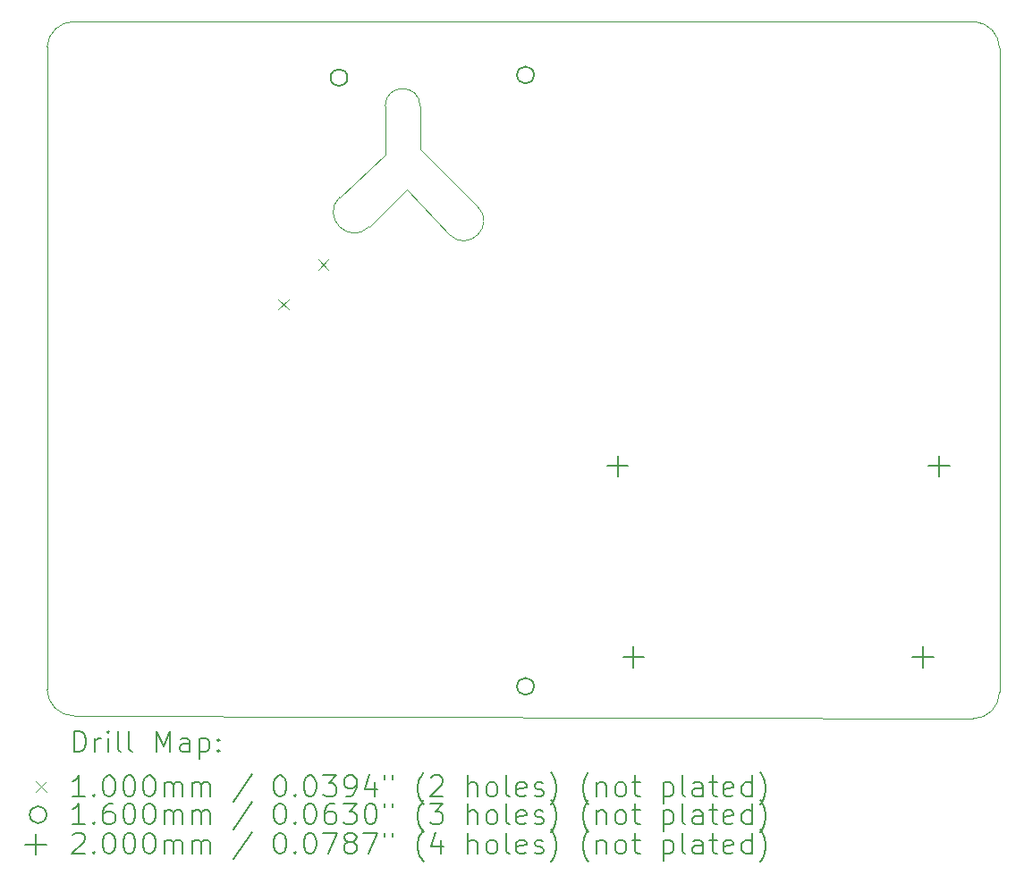
<source format=gbr>
%FSLAX45Y45*%
G04 Gerber Fmt 4.5, Leading zero omitted, Abs format (unit mm)*
G04 Created by KiCad (PCBNEW (6.0.1)) date 2022-11-29 11:43:38*
%MOMM*%
%LPD*%
G01*
G04 APERTURE LIST*
%TA.AperFunction,Profile*%
%ADD10C,0.100000*%
%TD*%
%TA.AperFunction,Profile*%
%ADD11C,0.050000*%
%TD*%
%ADD12C,0.200000*%
%ADD13C,0.100000*%
%ADD14C,0.160000*%
G04 APERTURE END LIST*
D10*
X14414500Y-6896100D02*
X14770100Y-6540500D01*
X15176500Y-6972300D02*
G75*
G03*
X15443200Y-6705600I133350J133350D01*
G01*
X15443200Y-6705600D02*
X14897100Y-6159500D01*
X14135100Y-6616700D02*
G75*
G03*
X14414500Y-6896100I139700J-139700D01*
G01*
D11*
X11366500Y-11275795D02*
G75*
G03*
X11620500Y-11529795I254000J0D01*
G01*
D10*
X15176500Y-6972300D02*
X14770100Y-6540500D01*
X20142200Y-4953000D02*
X11620500Y-4953000D01*
X20383500Y-11303000D02*
X20383500Y-5207000D01*
D11*
X20383500Y-5207000D02*
G75*
G03*
X20142200Y-4953000I-255755J-1350D01*
G01*
D10*
X14897100Y-5753100D02*
G75*
G03*
X14566900Y-5753100I-165100J0D01*
G01*
X14897100Y-6159500D02*
X14897100Y-5753100D01*
X11366500Y-5192495D02*
X11366500Y-11275795D01*
X14135100Y-6616700D02*
X14566900Y-6210300D01*
X14566900Y-5753100D02*
X14566900Y-6210300D01*
D11*
X11620500Y-4953000D02*
G75*
G03*
X11366500Y-5192495I0J-254439D01*
G01*
D10*
X11620500Y-11529795D02*
X20129500Y-11557000D01*
D11*
X20129500Y-11557000D02*
G75*
G03*
X20383500Y-11303000I0J254000D01*
G01*
D12*
D13*
X13553200Y-7581200D02*
X13653200Y-7681200D01*
X13653200Y-7581200D02*
X13553200Y-7681200D01*
X13931200Y-7203200D02*
X14031200Y-7303200D01*
X14031200Y-7203200D02*
X13931200Y-7303200D01*
D14*
X14209900Y-5484000D02*
G75*
G03*
X14209900Y-5484000I-80000J0D01*
G01*
X15975200Y-5458600D02*
G75*
G03*
X15975200Y-5458600I-80000J0D01*
G01*
X15975200Y-11249800D02*
G75*
G03*
X15975200Y-11249800I-80000J0D01*
G01*
D12*
X16768000Y-9063300D02*
X16768000Y-9263300D01*
X16668000Y-9163300D02*
X16868000Y-9163300D01*
X16918000Y-10873300D02*
X16918000Y-11073300D01*
X16818000Y-10973300D02*
X17018000Y-10973300D01*
X19658000Y-10873300D02*
X19658000Y-11073300D01*
X19558000Y-10973300D02*
X19758000Y-10973300D01*
X19808000Y-9063300D02*
X19808000Y-9263300D01*
X19708000Y-9163300D02*
X19908000Y-9163300D01*
X11619119Y-11872476D02*
X11619119Y-11672476D01*
X11666738Y-11672476D01*
X11695309Y-11682000D01*
X11714357Y-11701048D01*
X11723881Y-11720095D01*
X11733405Y-11758190D01*
X11733405Y-11786762D01*
X11723881Y-11824857D01*
X11714357Y-11843905D01*
X11695309Y-11862952D01*
X11666738Y-11872476D01*
X11619119Y-11872476D01*
X11819119Y-11872476D02*
X11819119Y-11739143D01*
X11819119Y-11777238D02*
X11828643Y-11758190D01*
X11838167Y-11748667D01*
X11857214Y-11739143D01*
X11876262Y-11739143D01*
X11942928Y-11872476D02*
X11942928Y-11739143D01*
X11942928Y-11672476D02*
X11933405Y-11682000D01*
X11942928Y-11691524D01*
X11952452Y-11682000D01*
X11942928Y-11672476D01*
X11942928Y-11691524D01*
X12066738Y-11872476D02*
X12047690Y-11862952D01*
X12038167Y-11843905D01*
X12038167Y-11672476D01*
X12171500Y-11872476D02*
X12152452Y-11862952D01*
X12142928Y-11843905D01*
X12142928Y-11672476D01*
X12400071Y-11872476D02*
X12400071Y-11672476D01*
X12466738Y-11815333D01*
X12533405Y-11672476D01*
X12533405Y-11872476D01*
X12714357Y-11872476D02*
X12714357Y-11767714D01*
X12704833Y-11748667D01*
X12685786Y-11739143D01*
X12647690Y-11739143D01*
X12628643Y-11748667D01*
X12714357Y-11862952D02*
X12695309Y-11872476D01*
X12647690Y-11872476D01*
X12628643Y-11862952D01*
X12619119Y-11843905D01*
X12619119Y-11824857D01*
X12628643Y-11805809D01*
X12647690Y-11796286D01*
X12695309Y-11796286D01*
X12714357Y-11786762D01*
X12809595Y-11739143D02*
X12809595Y-11939143D01*
X12809595Y-11748667D02*
X12828643Y-11739143D01*
X12866738Y-11739143D01*
X12885786Y-11748667D01*
X12895309Y-11758190D01*
X12904833Y-11777238D01*
X12904833Y-11834381D01*
X12895309Y-11853428D01*
X12885786Y-11862952D01*
X12866738Y-11872476D01*
X12828643Y-11872476D01*
X12809595Y-11862952D01*
X12990548Y-11853428D02*
X13000071Y-11862952D01*
X12990548Y-11872476D01*
X12981024Y-11862952D01*
X12990548Y-11853428D01*
X12990548Y-11872476D01*
X12990548Y-11748667D02*
X13000071Y-11758190D01*
X12990548Y-11767714D01*
X12981024Y-11758190D01*
X12990548Y-11748667D01*
X12990548Y-11767714D01*
D13*
X11261500Y-12152000D02*
X11361500Y-12252000D01*
X11361500Y-12152000D02*
X11261500Y-12252000D01*
D12*
X11723881Y-12292476D02*
X11609595Y-12292476D01*
X11666738Y-12292476D02*
X11666738Y-12092476D01*
X11647690Y-12121048D01*
X11628643Y-12140095D01*
X11609595Y-12149619D01*
X11809595Y-12273428D02*
X11819119Y-12282952D01*
X11809595Y-12292476D01*
X11800071Y-12282952D01*
X11809595Y-12273428D01*
X11809595Y-12292476D01*
X11942928Y-12092476D02*
X11961976Y-12092476D01*
X11981024Y-12102000D01*
X11990548Y-12111524D01*
X12000071Y-12130571D01*
X12009595Y-12168667D01*
X12009595Y-12216286D01*
X12000071Y-12254381D01*
X11990548Y-12273428D01*
X11981024Y-12282952D01*
X11961976Y-12292476D01*
X11942928Y-12292476D01*
X11923881Y-12282952D01*
X11914357Y-12273428D01*
X11904833Y-12254381D01*
X11895309Y-12216286D01*
X11895309Y-12168667D01*
X11904833Y-12130571D01*
X11914357Y-12111524D01*
X11923881Y-12102000D01*
X11942928Y-12092476D01*
X12133405Y-12092476D02*
X12152452Y-12092476D01*
X12171500Y-12102000D01*
X12181024Y-12111524D01*
X12190548Y-12130571D01*
X12200071Y-12168667D01*
X12200071Y-12216286D01*
X12190548Y-12254381D01*
X12181024Y-12273428D01*
X12171500Y-12282952D01*
X12152452Y-12292476D01*
X12133405Y-12292476D01*
X12114357Y-12282952D01*
X12104833Y-12273428D01*
X12095309Y-12254381D01*
X12085786Y-12216286D01*
X12085786Y-12168667D01*
X12095309Y-12130571D01*
X12104833Y-12111524D01*
X12114357Y-12102000D01*
X12133405Y-12092476D01*
X12323881Y-12092476D02*
X12342928Y-12092476D01*
X12361976Y-12102000D01*
X12371500Y-12111524D01*
X12381024Y-12130571D01*
X12390548Y-12168667D01*
X12390548Y-12216286D01*
X12381024Y-12254381D01*
X12371500Y-12273428D01*
X12361976Y-12282952D01*
X12342928Y-12292476D01*
X12323881Y-12292476D01*
X12304833Y-12282952D01*
X12295309Y-12273428D01*
X12285786Y-12254381D01*
X12276262Y-12216286D01*
X12276262Y-12168667D01*
X12285786Y-12130571D01*
X12295309Y-12111524D01*
X12304833Y-12102000D01*
X12323881Y-12092476D01*
X12476262Y-12292476D02*
X12476262Y-12159143D01*
X12476262Y-12178190D02*
X12485786Y-12168667D01*
X12504833Y-12159143D01*
X12533405Y-12159143D01*
X12552452Y-12168667D01*
X12561976Y-12187714D01*
X12561976Y-12292476D01*
X12561976Y-12187714D02*
X12571500Y-12168667D01*
X12590548Y-12159143D01*
X12619119Y-12159143D01*
X12638167Y-12168667D01*
X12647690Y-12187714D01*
X12647690Y-12292476D01*
X12742928Y-12292476D02*
X12742928Y-12159143D01*
X12742928Y-12178190D02*
X12752452Y-12168667D01*
X12771500Y-12159143D01*
X12800071Y-12159143D01*
X12819119Y-12168667D01*
X12828643Y-12187714D01*
X12828643Y-12292476D01*
X12828643Y-12187714D02*
X12838167Y-12168667D01*
X12857214Y-12159143D01*
X12885786Y-12159143D01*
X12904833Y-12168667D01*
X12914357Y-12187714D01*
X12914357Y-12292476D01*
X13304833Y-12082952D02*
X13133405Y-12340095D01*
X13561976Y-12092476D02*
X13581024Y-12092476D01*
X13600071Y-12102000D01*
X13609595Y-12111524D01*
X13619119Y-12130571D01*
X13628643Y-12168667D01*
X13628643Y-12216286D01*
X13619119Y-12254381D01*
X13609595Y-12273428D01*
X13600071Y-12282952D01*
X13581024Y-12292476D01*
X13561976Y-12292476D01*
X13542928Y-12282952D01*
X13533405Y-12273428D01*
X13523881Y-12254381D01*
X13514357Y-12216286D01*
X13514357Y-12168667D01*
X13523881Y-12130571D01*
X13533405Y-12111524D01*
X13542928Y-12102000D01*
X13561976Y-12092476D01*
X13714357Y-12273428D02*
X13723881Y-12282952D01*
X13714357Y-12292476D01*
X13704833Y-12282952D01*
X13714357Y-12273428D01*
X13714357Y-12292476D01*
X13847690Y-12092476D02*
X13866738Y-12092476D01*
X13885786Y-12102000D01*
X13895309Y-12111524D01*
X13904833Y-12130571D01*
X13914357Y-12168667D01*
X13914357Y-12216286D01*
X13904833Y-12254381D01*
X13895309Y-12273428D01*
X13885786Y-12282952D01*
X13866738Y-12292476D01*
X13847690Y-12292476D01*
X13828643Y-12282952D01*
X13819119Y-12273428D01*
X13809595Y-12254381D01*
X13800071Y-12216286D01*
X13800071Y-12168667D01*
X13809595Y-12130571D01*
X13819119Y-12111524D01*
X13828643Y-12102000D01*
X13847690Y-12092476D01*
X13981024Y-12092476D02*
X14104833Y-12092476D01*
X14038167Y-12168667D01*
X14066738Y-12168667D01*
X14085786Y-12178190D01*
X14095309Y-12187714D01*
X14104833Y-12206762D01*
X14104833Y-12254381D01*
X14095309Y-12273428D01*
X14085786Y-12282952D01*
X14066738Y-12292476D01*
X14009595Y-12292476D01*
X13990548Y-12282952D01*
X13981024Y-12273428D01*
X14200071Y-12292476D02*
X14238167Y-12292476D01*
X14257214Y-12282952D01*
X14266738Y-12273428D01*
X14285786Y-12244857D01*
X14295309Y-12206762D01*
X14295309Y-12130571D01*
X14285786Y-12111524D01*
X14276262Y-12102000D01*
X14257214Y-12092476D01*
X14219119Y-12092476D01*
X14200071Y-12102000D01*
X14190548Y-12111524D01*
X14181024Y-12130571D01*
X14181024Y-12178190D01*
X14190548Y-12197238D01*
X14200071Y-12206762D01*
X14219119Y-12216286D01*
X14257214Y-12216286D01*
X14276262Y-12206762D01*
X14285786Y-12197238D01*
X14295309Y-12178190D01*
X14466738Y-12159143D02*
X14466738Y-12292476D01*
X14419119Y-12082952D02*
X14371500Y-12225809D01*
X14495309Y-12225809D01*
X14561976Y-12092476D02*
X14561976Y-12130571D01*
X14638167Y-12092476D02*
X14638167Y-12130571D01*
X14933405Y-12368667D02*
X14923881Y-12359143D01*
X14904833Y-12330571D01*
X14895309Y-12311524D01*
X14885786Y-12282952D01*
X14876262Y-12235333D01*
X14876262Y-12197238D01*
X14885786Y-12149619D01*
X14895309Y-12121048D01*
X14904833Y-12102000D01*
X14923881Y-12073428D01*
X14933405Y-12063905D01*
X15000071Y-12111524D02*
X15009595Y-12102000D01*
X15028643Y-12092476D01*
X15076262Y-12092476D01*
X15095309Y-12102000D01*
X15104833Y-12111524D01*
X15114357Y-12130571D01*
X15114357Y-12149619D01*
X15104833Y-12178190D01*
X14990548Y-12292476D01*
X15114357Y-12292476D01*
X15352452Y-12292476D02*
X15352452Y-12092476D01*
X15438167Y-12292476D02*
X15438167Y-12187714D01*
X15428643Y-12168667D01*
X15409595Y-12159143D01*
X15381024Y-12159143D01*
X15361976Y-12168667D01*
X15352452Y-12178190D01*
X15561976Y-12292476D02*
X15542928Y-12282952D01*
X15533405Y-12273428D01*
X15523881Y-12254381D01*
X15523881Y-12197238D01*
X15533405Y-12178190D01*
X15542928Y-12168667D01*
X15561976Y-12159143D01*
X15590548Y-12159143D01*
X15609595Y-12168667D01*
X15619119Y-12178190D01*
X15628643Y-12197238D01*
X15628643Y-12254381D01*
X15619119Y-12273428D01*
X15609595Y-12282952D01*
X15590548Y-12292476D01*
X15561976Y-12292476D01*
X15742928Y-12292476D02*
X15723881Y-12282952D01*
X15714357Y-12263905D01*
X15714357Y-12092476D01*
X15895309Y-12282952D02*
X15876262Y-12292476D01*
X15838167Y-12292476D01*
X15819119Y-12282952D01*
X15809595Y-12263905D01*
X15809595Y-12187714D01*
X15819119Y-12168667D01*
X15838167Y-12159143D01*
X15876262Y-12159143D01*
X15895309Y-12168667D01*
X15904833Y-12187714D01*
X15904833Y-12206762D01*
X15809595Y-12225809D01*
X15981024Y-12282952D02*
X16000071Y-12292476D01*
X16038167Y-12292476D01*
X16057214Y-12282952D01*
X16066738Y-12263905D01*
X16066738Y-12254381D01*
X16057214Y-12235333D01*
X16038167Y-12225809D01*
X16009595Y-12225809D01*
X15990548Y-12216286D01*
X15981024Y-12197238D01*
X15981024Y-12187714D01*
X15990548Y-12168667D01*
X16009595Y-12159143D01*
X16038167Y-12159143D01*
X16057214Y-12168667D01*
X16133405Y-12368667D02*
X16142928Y-12359143D01*
X16161976Y-12330571D01*
X16171500Y-12311524D01*
X16181024Y-12282952D01*
X16190548Y-12235333D01*
X16190548Y-12197238D01*
X16181024Y-12149619D01*
X16171500Y-12121048D01*
X16161976Y-12102000D01*
X16142928Y-12073428D01*
X16133405Y-12063905D01*
X16495309Y-12368667D02*
X16485786Y-12359143D01*
X16466738Y-12330571D01*
X16457214Y-12311524D01*
X16447690Y-12282952D01*
X16438167Y-12235333D01*
X16438167Y-12197238D01*
X16447690Y-12149619D01*
X16457214Y-12121048D01*
X16466738Y-12102000D01*
X16485786Y-12073428D01*
X16495309Y-12063905D01*
X16571500Y-12159143D02*
X16571500Y-12292476D01*
X16571500Y-12178190D02*
X16581024Y-12168667D01*
X16600071Y-12159143D01*
X16628643Y-12159143D01*
X16647690Y-12168667D01*
X16657214Y-12187714D01*
X16657214Y-12292476D01*
X16781024Y-12292476D02*
X16761976Y-12282952D01*
X16752452Y-12273428D01*
X16742928Y-12254381D01*
X16742928Y-12197238D01*
X16752452Y-12178190D01*
X16761976Y-12168667D01*
X16781024Y-12159143D01*
X16809595Y-12159143D01*
X16828643Y-12168667D01*
X16838167Y-12178190D01*
X16847690Y-12197238D01*
X16847690Y-12254381D01*
X16838167Y-12273428D01*
X16828643Y-12282952D01*
X16809595Y-12292476D01*
X16781024Y-12292476D01*
X16904833Y-12159143D02*
X16981024Y-12159143D01*
X16933405Y-12092476D02*
X16933405Y-12263905D01*
X16942929Y-12282952D01*
X16961976Y-12292476D01*
X16981024Y-12292476D01*
X17200071Y-12159143D02*
X17200071Y-12359143D01*
X17200071Y-12168667D02*
X17219119Y-12159143D01*
X17257214Y-12159143D01*
X17276262Y-12168667D01*
X17285786Y-12178190D01*
X17295310Y-12197238D01*
X17295310Y-12254381D01*
X17285786Y-12273428D01*
X17276262Y-12282952D01*
X17257214Y-12292476D01*
X17219119Y-12292476D01*
X17200071Y-12282952D01*
X17409595Y-12292476D02*
X17390548Y-12282952D01*
X17381024Y-12263905D01*
X17381024Y-12092476D01*
X17571500Y-12292476D02*
X17571500Y-12187714D01*
X17561976Y-12168667D01*
X17542929Y-12159143D01*
X17504833Y-12159143D01*
X17485786Y-12168667D01*
X17571500Y-12282952D02*
X17552452Y-12292476D01*
X17504833Y-12292476D01*
X17485786Y-12282952D01*
X17476262Y-12263905D01*
X17476262Y-12244857D01*
X17485786Y-12225809D01*
X17504833Y-12216286D01*
X17552452Y-12216286D01*
X17571500Y-12206762D01*
X17638167Y-12159143D02*
X17714357Y-12159143D01*
X17666738Y-12092476D02*
X17666738Y-12263905D01*
X17676262Y-12282952D01*
X17695310Y-12292476D01*
X17714357Y-12292476D01*
X17857214Y-12282952D02*
X17838167Y-12292476D01*
X17800071Y-12292476D01*
X17781024Y-12282952D01*
X17771500Y-12263905D01*
X17771500Y-12187714D01*
X17781024Y-12168667D01*
X17800071Y-12159143D01*
X17838167Y-12159143D01*
X17857214Y-12168667D01*
X17866738Y-12187714D01*
X17866738Y-12206762D01*
X17771500Y-12225809D01*
X18038167Y-12292476D02*
X18038167Y-12092476D01*
X18038167Y-12282952D02*
X18019119Y-12292476D01*
X17981024Y-12292476D01*
X17961976Y-12282952D01*
X17952452Y-12273428D01*
X17942929Y-12254381D01*
X17942929Y-12197238D01*
X17952452Y-12178190D01*
X17961976Y-12168667D01*
X17981024Y-12159143D01*
X18019119Y-12159143D01*
X18038167Y-12168667D01*
X18114357Y-12368667D02*
X18123881Y-12359143D01*
X18142929Y-12330571D01*
X18152452Y-12311524D01*
X18161976Y-12282952D01*
X18171500Y-12235333D01*
X18171500Y-12197238D01*
X18161976Y-12149619D01*
X18152452Y-12121048D01*
X18142929Y-12102000D01*
X18123881Y-12073428D01*
X18114357Y-12063905D01*
D14*
X11361500Y-12466000D02*
G75*
G03*
X11361500Y-12466000I-80000J0D01*
G01*
D12*
X11723881Y-12556476D02*
X11609595Y-12556476D01*
X11666738Y-12556476D02*
X11666738Y-12356476D01*
X11647690Y-12385048D01*
X11628643Y-12404095D01*
X11609595Y-12413619D01*
X11809595Y-12537428D02*
X11819119Y-12546952D01*
X11809595Y-12556476D01*
X11800071Y-12546952D01*
X11809595Y-12537428D01*
X11809595Y-12556476D01*
X11990548Y-12356476D02*
X11952452Y-12356476D01*
X11933405Y-12366000D01*
X11923881Y-12375524D01*
X11904833Y-12404095D01*
X11895309Y-12442190D01*
X11895309Y-12518381D01*
X11904833Y-12537428D01*
X11914357Y-12546952D01*
X11933405Y-12556476D01*
X11971500Y-12556476D01*
X11990548Y-12546952D01*
X12000071Y-12537428D01*
X12009595Y-12518381D01*
X12009595Y-12470762D01*
X12000071Y-12451714D01*
X11990548Y-12442190D01*
X11971500Y-12432667D01*
X11933405Y-12432667D01*
X11914357Y-12442190D01*
X11904833Y-12451714D01*
X11895309Y-12470762D01*
X12133405Y-12356476D02*
X12152452Y-12356476D01*
X12171500Y-12366000D01*
X12181024Y-12375524D01*
X12190548Y-12394571D01*
X12200071Y-12432667D01*
X12200071Y-12480286D01*
X12190548Y-12518381D01*
X12181024Y-12537428D01*
X12171500Y-12546952D01*
X12152452Y-12556476D01*
X12133405Y-12556476D01*
X12114357Y-12546952D01*
X12104833Y-12537428D01*
X12095309Y-12518381D01*
X12085786Y-12480286D01*
X12085786Y-12432667D01*
X12095309Y-12394571D01*
X12104833Y-12375524D01*
X12114357Y-12366000D01*
X12133405Y-12356476D01*
X12323881Y-12356476D02*
X12342928Y-12356476D01*
X12361976Y-12366000D01*
X12371500Y-12375524D01*
X12381024Y-12394571D01*
X12390548Y-12432667D01*
X12390548Y-12480286D01*
X12381024Y-12518381D01*
X12371500Y-12537428D01*
X12361976Y-12546952D01*
X12342928Y-12556476D01*
X12323881Y-12556476D01*
X12304833Y-12546952D01*
X12295309Y-12537428D01*
X12285786Y-12518381D01*
X12276262Y-12480286D01*
X12276262Y-12432667D01*
X12285786Y-12394571D01*
X12295309Y-12375524D01*
X12304833Y-12366000D01*
X12323881Y-12356476D01*
X12476262Y-12556476D02*
X12476262Y-12423143D01*
X12476262Y-12442190D02*
X12485786Y-12432667D01*
X12504833Y-12423143D01*
X12533405Y-12423143D01*
X12552452Y-12432667D01*
X12561976Y-12451714D01*
X12561976Y-12556476D01*
X12561976Y-12451714D02*
X12571500Y-12432667D01*
X12590548Y-12423143D01*
X12619119Y-12423143D01*
X12638167Y-12432667D01*
X12647690Y-12451714D01*
X12647690Y-12556476D01*
X12742928Y-12556476D02*
X12742928Y-12423143D01*
X12742928Y-12442190D02*
X12752452Y-12432667D01*
X12771500Y-12423143D01*
X12800071Y-12423143D01*
X12819119Y-12432667D01*
X12828643Y-12451714D01*
X12828643Y-12556476D01*
X12828643Y-12451714D02*
X12838167Y-12432667D01*
X12857214Y-12423143D01*
X12885786Y-12423143D01*
X12904833Y-12432667D01*
X12914357Y-12451714D01*
X12914357Y-12556476D01*
X13304833Y-12346952D02*
X13133405Y-12604095D01*
X13561976Y-12356476D02*
X13581024Y-12356476D01*
X13600071Y-12366000D01*
X13609595Y-12375524D01*
X13619119Y-12394571D01*
X13628643Y-12432667D01*
X13628643Y-12480286D01*
X13619119Y-12518381D01*
X13609595Y-12537428D01*
X13600071Y-12546952D01*
X13581024Y-12556476D01*
X13561976Y-12556476D01*
X13542928Y-12546952D01*
X13533405Y-12537428D01*
X13523881Y-12518381D01*
X13514357Y-12480286D01*
X13514357Y-12432667D01*
X13523881Y-12394571D01*
X13533405Y-12375524D01*
X13542928Y-12366000D01*
X13561976Y-12356476D01*
X13714357Y-12537428D02*
X13723881Y-12546952D01*
X13714357Y-12556476D01*
X13704833Y-12546952D01*
X13714357Y-12537428D01*
X13714357Y-12556476D01*
X13847690Y-12356476D02*
X13866738Y-12356476D01*
X13885786Y-12366000D01*
X13895309Y-12375524D01*
X13904833Y-12394571D01*
X13914357Y-12432667D01*
X13914357Y-12480286D01*
X13904833Y-12518381D01*
X13895309Y-12537428D01*
X13885786Y-12546952D01*
X13866738Y-12556476D01*
X13847690Y-12556476D01*
X13828643Y-12546952D01*
X13819119Y-12537428D01*
X13809595Y-12518381D01*
X13800071Y-12480286D01*
X13800071Y-12432667D01*
X13809595Y-12394571D01*
X13819119Y-12375524D01*
X13828643Y-12366000D01*
X13847690Y-12356476D01*
X14085786Y-12356476D02*
X14047690Y-12356476D01*
X14028643Y-12366000D01*
X14019119Y-12375524D01*
X14000071Y-12404095D01*
X13990548Y-12442190D01*
X13990548Y-12518381D01*
X14000071Y-12537428D01*
X14009595Y-12546952D01*
X14028643Y-12556476D01*
X14066738Y-12556476D01*
X14085786Y-12546952D01*
X14095309Y-12537428D01*
X14104833Y-12518381D01*
X14104833Y-12470762D01*
X14095309Y-12451714D01*
X14085786Y-12442190D01*
X14066738Y-12432667D01*
X14028643Y-12432667D01*
X14009595Y-12442190D01*
X14000071Y-12451714D01*
X13990548Y-12470762D01*
X14171500Y-12356476D02*
X14295309Y-12356476D01*
X14228643Y-12432667D01*
X14257214Y-12432667D01*
X14276262Y-12442190D01*
X14285786Y-12451714D01*
X14295309Y-12470762D01*
X14295309Y-12518381D01*
X14285786Y-12537428D01*
X14276262Y-12546952D01*
X14257214Y-12556476D01*
X14200071Y-12556476D01*
X14181024Y-12546952D01*
X14171500Y-12537428D01*
X14419119Y-12356476D02*
X14438167Y-12356476D01*
X14457214Y-12366000D01*
X14466738Y-12375524D01*
X14476262Y-12394571D01*
X14485786Y-12432667D01*
X14485786Y-12480286D01*
X14476262Y-12518381D01*
X14466738Y-12537428D01*
X14457214Y-12546952D01*
X14438167Y-12556476D01*
X14419119Y-12556476D01*
X14400071Y-12546952D01*
X14390548Y-12537428D01*
X14381024Y-12518381D01*
X14371500Y-12480286D01*
X14371500Y-12432667D01*
X14381024Y-12394571D01*
X14390548Y-12375524D01*
X14400071Y-12366000D01*
X14419119Y-12356476D01*
X14561976Y-12356476D02*
X14561976Y-12394571D01*
X14638167Y-12356476D02*
X14638167Y-12394571D01*
X14933405Y-12632667D02*
X14923881Y-12623143D01*
X14904833Y-12594571D01*
X14895309Y-12575524D01*
X14885786Y-12546952D01*
X14876262Y-12499333D01*
X14876262Y-12461238D01*
X14885786Y-12413619D01*
X14895309Y-12385048D01*
X14904833Y-12366000D01*
X14923881Y-12337428D01*
X14933405Y-12327905D01*
X14990548Y-12356476D02*
X15114357Y-12356476D01*
X15047690Y-12432667D01*
X15076262Y-12432667D01*
X15095309Y-12442190D01*
X15104833Y-12451714D01*
X15114357Y-12470762D01*
X15114357Y-12518381D01*
X15104833Y-12537428D01*
X15095309Y-12546952D01*
X15076262Y-12556476D01*
X15019119Y-12556476D01*
X15000071Y-12546952D01*
X14990548Y-12537428D01*
X15352452Y-12556476D02*
X15352452Y-12356476D01*
X15438167Y-12556476D02*
X15438167Y-12451714D01*
X15428643Y-12432667D01*
X15409595Y-12423143D01*
X15381024Y-12423143D01*
X15361976Y-12432667D01*
X15352452Y-12442190D01*
X15561976Y-12556476D02*
X15542928Y-12546952D01*
X15533405Y-12537428D01*
X15523881Y-12518381D01*
X15523881Y-12461238D01*
X15533405Y-12442190D01*
X15542928Y-12432667D01*
X15561976Y-12423143D01*
X15590548Y-12423143D01*
X15609595Y-12432667D01*
X15619119Y-12442190D01*
X15628643Y-12461238D01*
X15628643Y-12518381D01*
X15619119Y-12537428D01*
X15609595Y-12546952D01*
X15590548Y-12556476D01*
X15561976Y-12556476D01*
X15742928Y-12556476D02*
X15723881Y-12546952D01*
X15714357Y-12527905D01*
X15714357Y-12356476D01*
X15895309Y-12546952D02*
X15876262Y-12556476D01*
X15838167Y-12556476D01*
X15819119Y-12546952D01*
X15809595Y-12527905D01*
X15809595Y-12451714D01*
X15819119Y-12432667D01*
X15838167Y-12423143D01*
X15876262Y-12423143D01*
X15895309Y-12432667D01*
X15904833Y-12451714D01*
X15904833Y-12470762D01*
X15809595Y-12489809D01*
X15981024Y-12546952D02*
X16000071Y-12556476D01*
X16038167Y-12556476D01*
X16057214Y-12546952D01*
X16066738Y-12527905D01*
X16066738Y-12518381D01*
X16057214Y-12499333D01*
X16038167Y-12489809D01*
X16009595Y-12489809D01*
X15990548Y-12480286D01*
X15981024Y-12461238D01*
X15981024Y-12451714D01*
X15990548Y-12432667D01*
X16009595Y-12423143D01*
X16038167Y-12423143D01*
X16057214Y-12432667D01*
X16133405Y-12632667D02*
X16142928Y-12623143D01*
X16161976Y-12594571D01*
X16171500Y-12575524D01*
X16181024Y-12546952D01*
X16190548Y-12499333D01*
X16190548Y-12461238D01*
X16181024Y-12413619D01*
X16171500Y-12385048D01*
X16161976Y-12366000D01*
X16142928Y-12337428D01*
X16133405Y-12327905D01*
X16495309Y-12632667D02*
X16485786Y-12623143D01*
X16466738Y-12594571D01*
X16457214Y-12575524D01*
X16447690Y-12546952D01*
X16438167Y-12499333D01*
X16438167Y-12461238D01*
X16447690Y-12413619D01*
X16457214Y-12385048D01*
X16466738Y-12366000D01*
X16485786Y-12337428D01*
X16495309Y-12327905D01*
X16571500Y-12423143D02*
X16571500Y-12556476D01*
X16571500Y-12442190D02*
X16581024Y-12432667D01*
X16600071Y-12423143D01*
X16628643Y-12423143D01*
X16647690Y-12432667D01*
X16657214Y-12451714D01*
X16657214Y-12556476D01*
X16781024Y-12556476D02*
X16761976Y-12546952D01*
X16752452Y-12537428D01*
X16742928Y-12518381D01*
X16742928Y-12461238D01*
X16752452Y-12442190D01*
X16761976Y-12432667D01*
X16781024Y-12423143D01*
X16809595Y-12423143D01*
X16828643Y-12432667D01*
X16838167Y-12442190D01*
X16847690Y-12461238D01*
X16847690Y-12518381D01*
X16838167Y-12537428D01*
X16828643Y-12546952D01*
X16809595Y-12556476D01*
X16781024Y-12556476D01*
X16904833Y-12423143D02*
X16981024Y-12423143D01*
X16933405Y-12356476D02*
X16933405Y-12527905D01*
X16942929Y-12546952D01*
X16961976Y-12556476D01*
X16981024Y-12556476D01*
X17200071Y-12423143D02*
X17200071Y-12623143D01*
X17200071Y-12432667D02*
X17219119Y-12423143D01*
X17257214Y-12423143D01*
X17276262Y-12432667D01*
X17285786Y-12442190D01*
X17295310Y-12461238D01*
X17295310Y-12518381D01*
X17285786Y-12537428D01*
X17276262Y-12546952D01*
X17257214Y-12556476D01*
X17219119Y-12556476D01*
X17200071Y-12546952D01*
X17409595Y-12556476D02*
X17390548Y-12546952D01*
X17381024Y-12527905D01*
X17381024Y-12356476D01*
X17571500Y-12556476D02*
X17571500Y-12451714D01*
X17561976Y-12432667D01*
X17542929Y-12423143D01*
X17504833Y-12423143D01*
X17485786Y-12432667D01*
X17571500Y-12546952D02*
X17552452Y-12556476D01*
X17504833Y-12556476D01*
X17485786Y-12546952D01*
X17476262Y-12527905D01*
X17476262Y-12508857D01*
X17485786Y-12489809D01*
X17504833Y-12480286D01*
X17552452Y-12480286D01*
X17571500Y-12470762D01*
X17638167Y-12423143D02*
X17714357Y-12423143D01*
X17666738Y-12356476D02*
X17666738Y-12527905D01*
X17676262Y-12546952D01*
X17695310Y-12556476D01*
X17714357Y-12556476D01*
X17857214Y-12546952D02*
X17838167Y-12556476D01*
X17800071Y-12556476D01*
X17781024Y-12546952D01*
X17771500Y-12527905D01*
X17771500Y-12451714D01*
X17781024Y-12432667D01*
X17800071Y-12423143D01*
X17838167Y-12423143D01*
X17857214Y-12432667D01*
X17866738Y-12451714D01*
X17866738Y-12470762D01*
X17771500Y-12489809D01*
X18038167Y-12556476D02*
X18038167Y-12356476D01*
X18038167Y-12546952D02*
X18019119Y-12556476D01*
X17981024Y-12556476D01*
X17961976Y-12546952D01*
X17952452Y-12537428D01*
X17942929Y-12518381D01*
X17942929Y-12461238D01*
X17952452Y-12442190D01*
X17961976Y-12432667D01*
X17981024Y-12423143D01*
X18019119Y-12423143D01*
X18038167Y-12432667D01*
X18114357Y-12632667D02*
X18123881Y-12623143D01*
X18142929Y-12594571D01*
X18152452Y-12575524D01*
X18161976Y-12546952D01*
X18171500Y-12499333D01*
X18171500Y-12461238D01*
X18161976Y-12413619D01*
X18152452Y-12385048D01*
X18142929Y-12366000D01*
X18123881Y-12337428D01*
X18114357Y-12327905D01*
X11261500Y-12646000D02*
X11261500Y-12846000D01*
X11161500Y-12746000D02*
X11361500Y-12746000D01*
X11609595Y-12655524D02*
X11619119Y-12646000D01*
X11638167Y-12636476D01*
X11685786Y-12636476D01*
X11704833Y-12646000D01*
X11714357Y-12655524D01*
X11723881Y-12674571D01*
X11723881Y-12693619D01*
X11714357Y-12722190D01*
X11600071Y-12836476D01*
X11723881Y-12836476D01*
X11809595Y-12817428D02*
X11819119Y-12826952D01*
X11809595Y-12836476D01*
X11800071Y-12826952D01*
X11809595Y-12817428D01*
X11809595Y-12836476D01*
X11942928Y-12636476D02*
X11961976Y-12636476D01*
X11981024Y-12646000D01*
X11990548Y-12655524D01*
X12000071Y-12674571D01*
X12009595Y-12712667D01*
X12009595Y-12760286D01*
X12000071Y-12798381D01*
X11990548Y-12817428D01*
X11981024Y-12826952D01*
X11961976Y-12836476D01*
X11942928Y-12836476D01*
X11923881Y-12826952D01*
X11914357Y-12817428D01*
X11904833Y-12798381D01*
X11895309Y-12760286D01*
X11895309Y-12712667D01*
X11904833Y-12674571D01*
X11914357Y-12655524D01*
X11923881Y-12646000D01*
X11942928Y-12636476D01*
X12133405Y-12636476D02*
X12152452Y-12636476D01*
X12171500Y-12646000D01*
X12181024Y-12655524D01*
X12190548Y-12674571D01*
X12200071Y-12712667D01*
X12200071Y-12760286D01*
X12190548Y-12798381D01*
X12181024Y-12817428D01*
X12171500Y-12826952D01*
X12152452Y-12836476D01*
X12133405Y-12836476D01*
X12114357Y-12826952D01*
X12104833Y-12817428D01*
X12095309Y-12798381D01*
X12085786Y-12760286D01*
X12085786Y-12712667D01*
X12095309Y-12674571D01*
X12104833Y-12655524D01*
X12114357Y-12646000D01*
X12133405Y-12636476D01*
X12323881Y-12636476D02*
X12342928Y-12636476D01*
X12361976Y-12646000D01*
X12371500Y-12655524D01*
X12381024Y-12674571D01*
X12390548Y-12712667D01*
X12390548Y-12760286D01*
X12381024Y-12798381D01*
X12371500Y-12817428D01*
X12361976Y-12826952D01*
X12342928Y-12836476D01*
X12323881Y-12836476D01*
X12304833Y-12826952D01*
X12295309Y-12817428D01*
X12285786Y-12798381D01*
X12276262Y-12760286D01*
X12276262Y-12712667D01*
X12285786Y-12674571D01*
X12295309Y-12655524D01*
X12304833Y-12646000D01*
X12323881Y-12636476D01*
X12476262Y-12836476D02*
X12476262Y-12703143D01*
X12476262Y-12722190D02*
X12485786Y-12712667D01*
X12504833Y-12703143D01*
X12533405Y-12703143D01*
X12552452Y-12712667D01*
X12561976Y-12731714D01*
X12561976Y-12836476D01*
X12561976Y-12731714D02*
X12571500Y-12712667D01*
X12590548Y-12703143D01*
X12619119Y-12703143D01*
X12638167Y-12712667D01*
X12647690Y-12731714D01*
X12647690Y-12836476D01*
X12742928Y-12836476D02*
X12742928Y-12703143D01*
X12742928Y-12722190D02*
X12752452Y-12712667D01*
X12771500Y-12703143D01*
X12800071Y-12703143D01*
X12819119Y-12712667D01*
X12828643Y-12731714D01*
X12828643Y-12836476D01*
X12828643Y-12731714D02*
X12838167Y-12712667D01*
X12857214Y-12703143D01*
X12885786Y-12703143D01*
X12904833Y-12712667D01*
X12914357Y-12731714D01*
X12914357Y-12836476D01*
X13304833Y-12626952D02*
X13133405Y-12884095D01*
X13561976Y-12636476D02*
X13581024Y-12636476D01*
X13600071Y-12646000D01*
X13609595Y-12655524D01*
X13619119Y-12674571D01*
X13628643Y-12712667D01*
X13628643Y-12760286D01*
X13619119Y-12798381D01*
X13609595Y-12817428D01*
X13600071Y-12826952D01*
X13581024Y-12836476D01*
X13561976Y-12836476D01*
X13542928Y-12826952D01*
X13533405Y-12817428D01*
X13523881Y-12798381D01*
X13514357Y-12760286D01*
X13514357Y-12712667D01*
X13523881Y-12674571D01*
X13533405Y-12655524D01*
X13542928Y-12646000D01*
X13561976Y-12636476D01*
X13714357Y-12817428D02*
X13723881Y-12826952D01*
X13714357Y-12836476D01*
X13704833Y-12826952D01*
X13714357Y-12817428D01*
X13714357Y-12836476D01*
X13847690Y-12636476D02*
X13866738Y-12636476D01*
X13885786Y-12646000D01*
X13895309Y-12655524D01*
X13904833Y-12674571D01*
X13914357Y-12712667D01*
X13914357Y-12760286D01*
X13904833Y-12798381D01*
X13895309Y-12817428D01*
X13885786Y-12826952D01*
X13866738Y-12836476D01*
X13847690Y-12836476D01*
X13828643Y-12826952D01*
X13819119Y-12817428D01*
X13809595Y-12798381D01*
X13800071Y-12760286D01*
X13800071Y-12712667D01*
X13809595Y-12674571D01*
X13819119Y-12655524D01*
X13828643Y-12646000D01*
X13847690Y-12636476D01*
X13981024Y-12636476D02*
X14114357Y-12636476D01*
X14028643Y-12836476D01*
X14219119Y-12722190D02*
X14200071Y-12712667D01*
X14190548Y-12703143D01*
X14181024Y-12684095D01*
X14181024Y-12674571D01*
X14190548Y-12655524D01*
X14200071Y-12646000D01*
X14219119Y-12636476D01*
X14257214Y-12636476D01*
X14276262Y-12646000D01*
X14285786Y-12655524D01*
X14295309Y-12674571D01*
X14295309Y-12684095D01*
X14285786Y-12703143D01*
X14276262Y-12712667D01*
X14257214Y-12722190D01*
X14219119Y-12722190D01*
X14200071Y-12731714D01*
X14190548Y-12741238D01*
X14181024Y-12760286D01*
X14181024Y-12798381D01*
X14190548Y-12817428D01*
X14200071Y-12826952D01*
X14219119Y-12836476D01*
X14257214Y-12836476D01*
X14276262Y-12826952D01*
X14285786Y-12817428D01*
X14295309Y-12798381D01*
X14295309Y-12760286D01*
X14285786Y-12741238D01*
X14276262Y-12731714D01*
X14257214Y-12722190D01*
X14361976Y-12636476D02*
X14495309Y-12636476D01*
X14409595Y-12836476D01*
X14561976Y-12636476D02*
X14561976Y-12674571D01*
X14638167Y-12636476D02*
X14638167Y-12674571D01*
X14933405Y-12912667D02*
X14923881Y-12903143D01*
X14904833Y-12874571D01*
X14895309Y-12855524D01*
X14885786Y-12826952D01*
X14876262Y-12779333D01*
X14876262Y-12741238D01*
X14885786Y-12693619D01*
X14895309Y-12665048D01*
X14904833Y-12646000D01*
X14923881Y-12617428D01*
X14933405Y-12607905D01*
X15095309Y-12703143D02*
X15095309Y-12836476D01*
X15047690Y-12626952D02*
X15000071Y-12769809D01*
X15123881Y-12769809D01*
X15352452Y-12836476D02*
X15352452Y-12636476D01*
X15438167Y-12836476D02*
X15438167Y-12731714D01*
X15428643Y-12712667D01*
X15409595Y-12703143D01*
X15381024Y-12703143D01*
X15361976Y-12712667D01*
X15352452Y-12722190D01*
X15561976Y-12836476D02*
X15542928Y-12826952D01*
X15533405Y-12817428D01*
X15523881Y-12798381D01*
X15523881Y-12741238D01*
X15533405Y-12722190D01*
X15542928Y-12712667D01*
X15561976Y-12703143D01*
X15590548Y-12703143D01*
X15609595Y-12712667D01*
X15619119Y-12722190D01*
X15628643Y-12741238D01*
X15628643Y-12798381D01*
X15619119Y-12817428D01*
X15609595Y-12826952D01*
X15590548Y-12836476D01*
X15561976Y-12836476D01*
X15742928Y-12836476D02*
X15723881Y-12826952D01*
X15714357Y-12807905D01*
X15714357Y-12636476D01*
X15895309Y-12826952D02*
X15876262Y-12836476D01*
X15838167Y-12836476D01*
X15819119Y-12826952D01*
X15809595Y-12807905D01*
X15809595Y-12731714D01*
X15819119Y-12712667D01*
X15838167Y-12703143D01*
X15876262Y-12703143D01*
X15895309Y-12712667D01*
X15904833Y-12731714D01*
X15904833Y-12750762D01*
X15809595Y-12769809D01*
X15981024Y-12826952D02*
X16000071Y-12836476D01*
X16038167Y-12836476D01*
X16057214Y-12826952D01*
X16066738Y-12807905D01*
X16066738Y-12798381D01*
X16057214Y-12779333D01*
X16038167Y-12769809D01*
X16009595Y-12769809D01*
X15990548Y-12760286D01*
X15981024Y-12741238D01*
X15981024Y-12731714D01*
X15990548Y-12712667D01*
X16009595Y-12703143D01*
X16038167Y-12703143D01*
X16057214Y-12712667D01*
X16133405Y-12912667D02*
X16142928Y-12903143D01*
X16161976Y-12874571D01*
X16171500Y-12855524D01*
X16181024Y-12826952D01*
X16190548Y-12779333D01*
X16190548Y-12741238D01*
X16181024Y-12693619D01*
X16171500Y-12665048D01*
X16161976Y-12646000D01*
X16142928Y-12617428D01*
X16133405Y-12607905D01*
X16495309Y-12912667D02*
X16485786Y-12903143D01*
X16466738Y-12874571D01*
X16457214Y-12855524D01*
X16447690Y-12826952D01*
X16438167Y-12779333D01*
X16438167Y-12741238D01*
X16447690Y-12693619D01*
X16457214Y-12665048D01*
X16466738Y-12646000D01*
X16485786Y-12617428D01*
X16495309Y-12607905D01*
X16571500Y-12703143D02*
X16571500Y-12836476D01*
X16571500Y-12722190D02*
X16581024Y-12712667D01*
X16600071Y-12703143D01*
X16628643Y-12703143D01*
X16647690Y-12712667D01*
X16657214Y-12731714D01*
X16657214Y-12836476D01*
X16781024Y-12836476D02*
X16761976Y-12826952D01*
X16752452Y-12817428D01*
X16742928Y-12798381D01*
X16742928Y-12741238D01*
X16752452Y-12722190D01*
X16761976Y-12712667D01*
X16781024Y-12703143D01*
X16809595Y-12703143D01*
X16828643Y-12712667D01*
X16838167Y-12722190D01*
X16847690Y-12741238D01*
X16847690Y-12798381D01*
X16838167Y-12817428D01*
X16828643Y-12826952D01*
X16809595Y-12836476D01*
X16781024Y-12836476D01*
X16904833Y-12703143D02*
X16981024Y-12703143D01*
X16933405Y-12636476D02*
X16933405Y-12807905D01*
X16942929Y-12826952D01*
X16961976Y-12836476D01*
X16981024Y-12836476D01*
X17200071Y-12703143D02*
X17200071Y-12903143D01*
X17200071Y-12712667D02*
X17219119Y-12703143D01*
X17257214Y-12703143D01*
X17276262Y-12712667D01*
X17285786Y-12722190D01*
X17295310Y-12741238D01*
X17295310Y-12798381D01*
X17285786Y-12817428D01*
X17276262Y-12826952D01*
X17257214Y-12836476D01*
X17219119Y-12836476D01*
X17200071Y-12826952D01*
X17409595Y-12836476D02*
X17390548Y-12826952D01*
X17381024Y-12807905D01*
X17381024Y-12636476D01*
X17571500Y-12836476D02*
X17571500Y-12731714D01*
X17561976Y-12712667D01*
X17542929Y-12703143D01*
X17504833Y-12703143D01*
X17485786Y-12712667D01*
X17571500Y-12826952D02*
X17552452Y-12836476D01*
X17504833Y-12836476D01*
X17485786Y-12826952D01*
X17476262Y-12807905D01*
X17476262Y-12788857D01*
X17485786Y-12769809D01*
X17504833Y-12760286D01*
X17552452Y-12760286D01*
X17571500Y-12750762D01*
X17638167Y-12703143D02*
X17714357Y-12703143D01*
X17666738Y-12636476D02*
X17666738Y-12807905D01*
X17676262Y-12826952D01*
X17695310Y-12836476D01*
X17714357Y-12836476D01*
X17857214Y-12826952D02*
X17838167Y-12836476D01*
X17800071Y-12836476D01*
X17781024Y-12826952D01*
X17771500Y-12807905D01*
X17771500Y-12731714D01*
X17781024Y-12712667D01*
X17800071Y-12703143D01*
X17838167Y-12703143D01*
X17857214Y-12712667D01*
X17866738Y-12731714D01*
X17866738Y-12750762D01*
X17771500Y-12769809D01*
X18038167Y-12836476D02*
X18038167Y-12636476D01*
X18038167Y-12826952D02*
X18019119Y-12836476D01*
X17981024Y-12836476D01*
X17961976Y-12826952D01*
X17952452Y-12817428D01*
X17942929Y-12798381D01*
X17942929Y-12741238D01*
X17952452Y-12722190D01*
X17961976Y-12712667D01*
X17981024Y-12703143D01*
X18019119Y-12703143D01*
X18038167Y-12712667D01*
X18114357Y-12912667D02*
X18123881Y-12903143D01*
X18142929Y-12874571D01*
X18152452Y-12855524D01*
X18161976Y-12826952D01*
X18171500Y-12779333D01*
X18171500Y-12741238D01*
X18161976Y-12693619D01*
X18152452Y-12665048D01*
X18142929Y-12646000D01*
X18123881Y-12617428D01*
X18114357Y-12607905D01*
M02*

</source>
